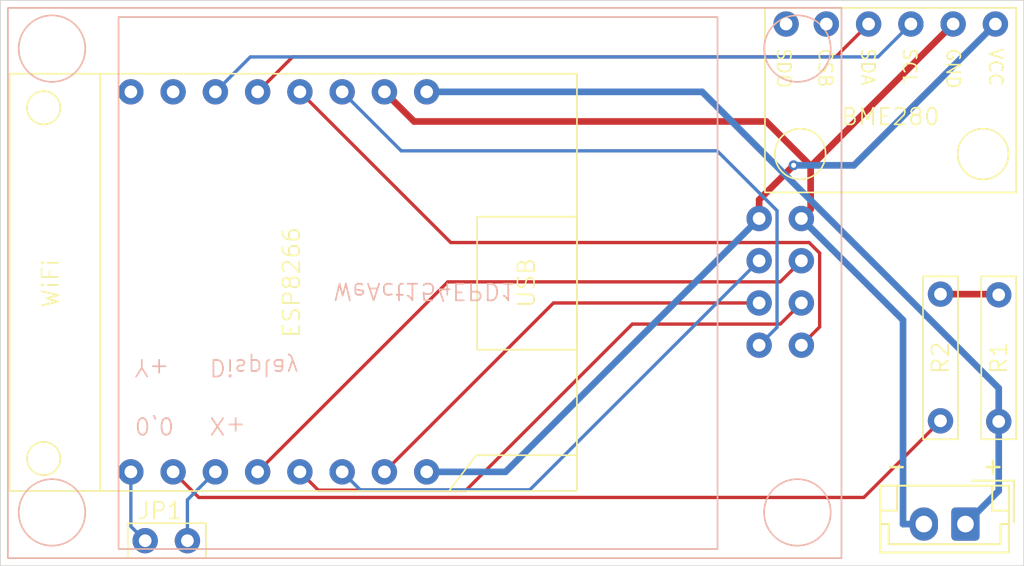
<source format=kicad_pcb>
(kicad_pcb (version 20240108) (generator "pcbnew") (generator_version "8.0")
  (title_block (title "ESP8266 Weather Station") (company "Mirko Sertic"))
  (layers (0 "F.Cu" signal) (31 "B.Cu" signal) (34 "B.Paste" user) (35 "F.Paste" user) (36 "B.SilkS" user "B.Silkscreen") (37 "F.SilkS" user "F.Silkscreen") (38 "B.Mask" user) (39 "F.Mask" user) (44 "Edge.Cuts" user))
  (net 0 "")
  (net 2 "/BME_I2C_SDA")
  (net 4 "3V3")
  (net 5 "/BME_I2C_SCL")
  (net 6 "GND")
  (net 7 "BAT")
  (net 8 "/DIS_SDA")
  (net 9 "/DIS_BUSY")
  (net 10 "/DIS_RST")
  (net 11 "/DIS_DC")
  (net 12 "/DIS_CS")
  (net 13 "/DIS_SCL")
  (net 14 "/D0")
  (net 16 "/RST")
  (net 18 "Net-(R1-Pad2)")
  (net 19 "/A0")
  (footprint "custom_footprints:4er DIP" (layer "F.Cu") (at 116 88.25 180)
    (property "Reference" "R1" (at 0 -1.25 90) (layer "F.SilkS") (effects (font (thickness 0.1))))
    (property "Value" "200K" (hide yes))
    (fp_rect (start -1.05 -6.15) (end 1.05 3.65) (stroke (width 0.1)) (fill none) (layer "F.SilkS"))
    (pad "1" thru_hole circle (at 0 -5.08 180) (size 1.524 1.524) (drill 0.762) (layers "*.Cu" "*.Mask") (net 7 "BAT"))
    (pad "2" thru_hole circle (at 0 2.54 180) (size 1.524 1.524) (drill 0.762) (layers "*.Cu" "*.Mask") (net 18 "Net-(R1-Pad2)"))
  )
  (footprint "custom_footprints:4er DIP" (layer "F.Cu") (at 112.5 90.75)
    (property "Reference" "R2" (at 0 -1.25 90) (layer "F.SilkS") (effects (font (thickness 0.1))))
    (property "Value" "200K" (hide yes))
    (fp_rect (start -1.05 -6.15) (end 1.05 3.65) (stroke (width 0.1)) (fill none) (layer "F.SilkS"))
    (pad "1" thru_hole circle (at 0 -5.08) (size 1.524 1.524) (drill 0.762) (layers "*.Cu" "*.Mask") (net 18 "Net-(R1-Pad2)"))
    (pad "2" thru_hole circle (at 0 2.54) (size 1.524 1.524) (drill 0.762) (layers "*.Cu" "*.Mask") (net 19 "/A0"))
  )
  (footprint "custom_footprints:LOLIN D1 MINI DIP" (layer "F.Cu") (at 74 83.66 90)
    (property "Reference" "ESP8266" (at -1.3 -0.5 90) (layer "F.SilkS") (effects (font (thickness 0.1))))
    (property "Value" "~")
    (fp_line (start -13.8 -12) (end 11.2 -12) (stroke (width 0.1)) (layer "F.SilkS"))
    (fp_line (start -13.8 9) (end -11.7 10.6) (stroke (width 0.1)) (layer "F.SilkS"))
    (fp_line (start -11.7 10.6) (end -11.7 16.6) (stroke (width 0.1)) (layer "F.SilkS"))
    (fp_rect (start -13.85 -17.45) (end 11.25 16.65) (stroke (width 0.1)) (fill none) (layer "F.SilkS"))
    (fp_rect (start -5.35 10.65) (end 2.65 16.65) (stroke (width 0.1)) (fill none) (layer "F.SilkS"))
    (fp_circle (center 9.2 -15.4) (end 10.2 -15.4) (stroke (width 0.1)) (fill none) (layer "F.SilkS"))
    (fp_circle (center -11.9 -15.4) (end -10.9 -15.4) (stroke (width 0.1)) (fill none) (layer "F.SilkS"))
    (fp_text user "WiFi" (at -2.9 -14.4 90) (layer "F.SilkS") (effects (font (thickness 0.1)) (justify left bottom)))
    (fp_text user "USB" (at -2.9 14.2 90) (layer "F.SilkS") (effects (font (thickness 0.1)) (justify left bottom)))
    (pad "1" thru_hole circle (at 10.16 -10.16 90) (size 1.524 1.524) (drill 0.762) (layers "*.Cu" "*.Mask"))
    (pad "2" thru_hole circle (at 10.16 -7.62 90) (size 1.524 1.524) (drill 0.762) (layers "*.Cu" "*.Mask"))
    (pad "3" thru_hole circle (at 10.16 -5.08 90) (size 1.524 1.524) (drill 0.762) (layers "*.Cu" "*.Mask") (net 5 "/BME_I2C_SCL"))
    (pad "4" thru_hole circle (at 10.16 -2.54 90) (size 1.524 1.524) (drill 0.762) (layers "*.Cu" "*.Mask") (net 2 "/BME_I2C_SDA"))
    (pad "5" thru_hole circle (at 10.16 0 90) (size 1.524 1.524) (drill 0.762) (layers "*.Cu" "*.Mask") (net 9 "/DIS_BUSY"))
    (pad "6" thru_hole circle (at 10.16 2.54 90) (size 1.524 1.524) (drill 0.762) (layers "*.Cu" "*.Mask") (net 10 "/DIS_RST"))
    (pad "7" thru_hole circle (at 10.16 5.08 90) (size 1.524 1.524) (drill 0.762) (layers "*.Cu" "*.Mask") (net 6 "GND"))
    (pad "8" thru_hole circle (at 10.16 7.62 90) (size 1.524 1.524) (drill 0.762) (layers "*.Cu" "*.Mask") (net 7 "BAT"))
    (pad "9" thru_hole circle (at -12.7 7.62 90) (size 1.524 1.524) (drill 0.762) (layers "*.Cu" "*.Mask") (net 4 "3V3"))
    (pad "10" thru_hole circle (at -12.7 5.08 90) (size 1.524 1.524) (drill 0.762) (layers "*.Cu" "*.Mask") (net 12 "/DIS_CS"))
    (pad "11" thru_hole circle (at -12.7 2.54 90) (size 1.524 1.524) (drill 0.762) (layers "*.Cu" "*.Mask") (net 8 "/DIS_SDA"))
    (pad "12" thru_hole circle (at -12.7 0 90) (size 1.524 1.524) (drill 0.762) (layers "*.Cu" "*.Mask") (net 11 "/DIS_DC"))
    (pad "13" thru_hole circle (at -12.7 -2.54 90) (size 1.524 1.524) (drill 0.762) (layers "*.Cu" "*.Mask") (net 13 "/DIS_SCL"))
    (pad "14" thru_hole circle (at -12.7 -5.08 90) (size 1.524 1.524) (drill 0.762) (layers "*.Cu" "*.Mask") (net 14 "/D0"))
    (pad "15" thru_hole circle (at -12.7 -7.62 90) (size 1.524 1.524) (drill 0.762) (layers "*.Cu" "*.Mask") (net 19 "/A0"))
    (pad "16" thru_hole circle (at -12.7 -10.16 90) (size 1.524 1.524) (drill 0.762) (layers "*.Cu" "*.Mask") (net 16 "/RST"))
  )
  (footprint "custom_footprints:BME280 DIP" (layer "F.Cu") (at 108.3 74.5)
    (property "Reference" "BME280" (at 1.2 0.5 0) (layer "F.SilkS") (effects (font (thickness 0.1))))
    (property "Value" "~")
    (fp_rect (start -6.35 -6.05) (end 8.75 5.05) (stroke (width 0.1)) (fill none) (layer "F.SilkS"))
    (fp_circle (center -4.23 2.74) (end -3.16 3.83) (stroke (width 0.1)) (fill none) (layer "F.SilkS"))
    (fp_circle (center 6.76 2.74) (end 8.287416 2.74) (stroke (width 0.1)) (fill none) (layer "F.SilkS"))
    (fp_text user "SDA" (at -0.63 -3.69 -90) (layer "F.SilkS") (effects (font (size 0.8 0.8) (thickness 0.1)) (justify left bottom)))
    (fp_text user "VCC" (at 7.05 -3.69 -90) (layer "F.SilkS") (effects (font (size 0.8 0.8) (thickness 0.1)) (justify left bottom)))
    (fp_text user "GND" (at 4.49 -3.69 -90) (layer "F.SilkS") (effects (font (size 0.8 0.8) (thickness 0.1)) (justify left bottom)))
    (fp_text user "SDO" (at -5.69 -3.69 -90) (layer "F.SilkS") (effects (font (size 0.8 0.8) (thickness 0.1)) (justify left bottom)))
    (fp_text user "SCL" (at 1.88 -3.69 -90) (layer "F.SilkS") (effects (font (size 0.8 0.8) (thickness 0.1)) (justify left bottom)))
    (fp_text user "CSB" (at -3.19 -3.69 -90) (layer "F.SilkS") (effects (font (size 0.8 0.8) (thickness 0.1)) (justify left bottom)))
    (pad "1" thru_hole circle (at 7.5 -5.08) (size 1.524 1.524) (drill 0.762) (layers "*.Cu" "*.Mask") (net 4 "3V3"))
    (pad "2" thru_hole circle (at 4.96 -5.08) (size 1.524 1.524) (drill 0.762) (layers "*.Cu" "*.Mask") (net 6 "GND"))
    (pad "3" thru_hole circle (at 2.42 -5.08) (size 1.524 1.524) (drill 0.762) (layers "*.Cu" "*.Mask") (net 5 "/BME_I2C_SCL"))
    (pad "4" thru_hole circle (at -0.12 -5.08) (size 1.524 1.524) (drill 0.762) (layers "*.Cu" "*.Mask") (net 2 "/BME_I2C_SDA"))
    (pad "5" thru_hole circle (at -2.66 -5.08) (size 1.524 1.524) (drill 0.762) (layers "*.Cu" "*.Mask"))
    (pad "6" thru_hole circle (at -5.08 -5.08) (size 1.524 1.524) (drill 0.762) (layers "*.Cu" "*.Mask"))
  )
  (footprint "Connector_JST:JST_EH_B2B-EH-A_1x02_P2.50mm_Vertical" (layer "F.Cu") (at 114 99.5 180)
    (property "Reference" "-      +" (at 1.25 3.5 0) (layer "F.SilkS"))
    (property "Value" "3.7V")
    (fp_line (start 5.11 2.31) (end 5.11 -1.71) (stroke (width 0.12)) (layer "F.SilkS"))
    (fp_line (start 5.11 0.81) (end 4.11 0.81) (stroke (width 0.12)) (layer "F.SilkS"))
    (fp_line (start 5.11 -1.71) (end -2.61 -1.71) (stroke (width 0.12)) (layer "F.SilkS"))
    (fp_line (start 4.61 0) (end 5.11 0) (stroke (width 0.12)) (layer "F.SilkS"))
    (fp_line (start 4.61 -1.21) (end 4.61 0) (stroke (width 0.12)) (layer "F.SilkS"))
    (fp_line (start 4.11 0.81) (end 4.11 2.31) (stroke (width 0.12)) (layer "F.SilkS"))
    (fp_line (start -1.61 0.81) (end -1.61 2.31) (stroke (width 0.12)) (layer "F.SilkS"))
    (fp_line (start -2.11 0) (end -2.11 -1.21) (stroke (width 0.12)) (layer "F.SilkS"))
    (fp_line (start -2.11 -1.21) (end 4.61 -1.21) (stroke (width 0.12)) (layer "F.SilkS"))
    (fp_line (start -2.61 2.31) (end 5.11 2.31) (stroke (width 0.12)) (layer "F.SilkS"))
    (fp_line (start -2.61 0.81) (end -1.61 0.81) (stroke (width 0.12)) (layer "F.SilkS"))
    (fp_line (start -2.61 0) (end -2.11 0) (stroke (width 0.12)) (layer "F.SilkS"))
    (fp_line (start -2.61 -1.71) (end -2.61 2.31) (stroke (width 0.12)) (layer "F.SilkS"))
    (fp_line (start -2.91 2.61) (end -0.41 2.61) (stroke (width 0.12)) (layer "F.SilkS"))
    (fp_line (start -2.91 0.11) (end -2.91 2.61) (stroke (width 0.12)) (layer "F.SilkS"))
    (pad "1" thru_hole roundrect (at 0 0 180) (size 1.7 2) (drill 1) (layers "*.Cu" "*.Mask") (roundrect_rratio 0.147059) (net 7 "BAT"))
    (pad "2" thru_hole oval (at 2.5 0 180) (size 1.7 2) (drill 1) (layers "*.Cu" "*.Mask") (net 6 "GND"))
  )
  (footprint "custom_footprints:2er DIP" (layer "F.Cu") (at 64.7 100.5 -90)
    (property "Reference" "JP1" (at -1.8 -0.9 0) (layer "F.SilkS") (effects (font (thickness 0.1))))
    (property "Value" "Deep sleep / Programmimg" (hide yes))
    (fp_rect (start -1.05 -3.65) (end 1.05 1.05) (stroke (width 0.1)) (fill none) (layer "F.SilkS"))
    (pad "1" thru_hole circle (at 0 -2.54 270) (size 1.524 1.524) (drill 0.762) (layers "*.Cu" "*.Mask") (net 14 "/D0"))
    (pad "2" thru_hole circle (at 0 0 270) (size 1.524 1.524) (drill 0.762) (layers "*.Cu" "*.Mask") (net 16 "/RST"))
  )
  (footprint "custom_footprints:1,54 EPD SPI DIP" (layer "B.Cu") (at 81.5 85)
    (property "Reference" "WeAct154EPD1" (at 0 0.5 180) (layer "B.SilkS") (effects (font (thickness 0.1)) (justify mirror)))
    (property "Value" "~")
    (fp_rect (start -25.05 16.55) (end 25.05 -16.55) (stroke (width 0.1)) (fill none) (layer "B.SilkS"))
    (fp_rect (start -18.4 16) (end 17.6 -16) (stroke (width 0.1)) (fill none) (layer "B.SilkS"))
    (fp_circle (center -22.4 -14.1) (end -20.4 -14.1) (stroke (width 0.1)) (fill none) (layer "B.SilkS"))
    (fp_circle (center -22.4 13.8) (end -20.4 13.8) (stroke (width 0.1)) (fill none) (layer "B.SilkS"))
    (fp_circle (center 22.4 -14.1) (end 24.4 -14.1) (stroke (width 0.1)) (fill none) (layer "B.SilkS"))
    (fp_circle (center 22.4 13.8) (end 24.4 13.8) (stroke (width 0.1)) (fill none) (layer "B.SilkS"))
    (fp_text user "0,0" (at -17.5 8 180) (layer "B.SilkS") (effects (font (thickness 0.1)) (justify left bottom mirror)))
    (fp_text user "Display" (at -13 4.5 180) (layer "B.SilkS") (effects (font (thickness 0.1)) (justify left bottom mirror)))
    (fp_text user "Y+" (at -17.5 4.5 180) (layer "B.SilkS") (effects (font (thickness 0.1)) (justify left bottom mirror)))
    (fp_text user "X+" (at -13 8 180) (layer "B.SilkS") (effects (font (thickness 0.1)) (justify left bottom mirror)))
    (pad "1" thru_hole circle (at 22.64 3.74) (size 1.524 1.524) (drill 0.762) (layers "*.Cu" "*.Mask") (net 9 "/DIS_BUSY"))
    (pad "2" thru_hole circle (at 20.1 3.74) (size 1.524 1.524) (drill 0.762) (layers "*.Cu" "*.Mask") (net 10 "/DIS_RST"))
    (pad "3" thru_hole circle (at 22.64 1.2) (size 1.524 1.524) (drill 0.762) (layers "*.Cu" "*.Mask") (net 11 "/DIS_DC"))
    (pad "4" thru_hole circle (at 20.1 1.2) (size 1.524 1.524) (drill 0.762) (layers "*.Cu" "*.Mask") (net 12 "/DIS_CS"))
    (pad "5" thru_hole circle (at 22.64 -1.34) (size 1.524 1.524) (drill 0.762) (layers "*.Cu" "*.Mask") (net 13 "/DIS_SCL"))
    (pad "6" thru_hole circle (at 20.1 -1.34) (size 1.524 1.524) (drill 0.762) (layers "*.Cu" "*.Mask") (net 8 "/DIS_SDA"))
    (pad "7" thru_hole circle (at 22.64 -3.88) (size 1.524 1.524) (drill 0.762) (layers "*.Cu" "*.Mask") (net 6 "GND"))
    (pad "8" thru_hole circle (at 20.1 -3.88) (size 1.524 1.524) (drill 0.762) (layers "*.Cu" "*.Mask") (net 4 "3V3"))
  )
  (gr_rect (start 56 68) (end 117.5 102) (stroke (width 0.05)) (fill none) (layer "Edge.Cuts"))
  (segment (start 71.46 73.5) (end 73.5614 71.3986) (width 0.2) (layer "F.Cu") (net 2))
  (segment (start 73.5614 71.3986) (end 106.2014 71.3986) (width 0.2) (layer "F.Cu") (net 2))
  (segment (start 106.2014 71.3986) (end 108.18 69.42) (width 0.2) (layer "F.Cu") (net 2))
  (segment (start 101.6 81.12) (end 101.6 79.9928) (width 0.4) (layer "F.Cu") (net 4))
  (segment (start 101.6 79.9928) (end 103.6734 77.9194) (width 0.4) (layer "F.Cu") (net 4))
  (via (at 103.6734 77.9194) (size 0.6) (drill 0.3) (layers "F.Cu" "B.Cu") (net 4))
  (segment (start 107.3006 77.9194) (end 115.8 69.42) (width 0.4) (layer "B.Cu") (net 4))
  (segment (start 103.6734 77.9194) (end 107.3006 77.9194) (width 0.4) (layer "B.Cu") (net 4))
  (segment (start 101.6 81.12) (end 86.36 96.36) (width 0.4) (layer "B.Cu") (net 4))
  (segment (start 86.36 96.36) (end 81.62 96.36) (width 0.4) (layer "B.Cu") (net 4))
  (segment (start 71.0214 71.3986) (end 68.92 73.5) (width 0.2) (layer "B.Cu") (net 5))
  (segment (start 108.7414 71.3986) (end 71.0214 71.3986) (width 0.2) (layer "B.Cu") (net 5))
  (segment (start 110.72 69.42) (end 108.7414 71.3986) (width 0.2) (layer "B.Cu") (net 5))
  (segment (start 104.7299 77.9501) (end 113.26 69.42) (width 0.4) (layer "F.Cu") (net 6))
  (segment (start 104.6964 80.5636) (end 104.6964 77.9501) (width 0.4) (layer "F.Cu") (net 6))
  (segment (start 80.8608 75.2808) (end 79.08 73.5) (width 0.4) (layer "F.Cu") (net 6))
  (segment (start 102.0271 75.2808) (end 80.8608 75.2808) (width 0.4) (layer "F.Cu") (net 6))
  (segment (start 104.14 81.12) (end 104.6964 80.5636) (width 0.4) (layer "F.Cu") (net 6))
  (segment (start 104.6964 77.9501) (end 102.0271 75.2808) (width 0.4) (layer "F.Cu") (net 6))
  (segment (start 104.6964 77.9501) (end 104.7299 77.9501) (width 0.4) (layer "F.Cu") (net 6))
  (segment (start 111.5 99.5) (end 110.2483 99.5) (width 0.4) (layer "B.Cu") (net 6))
  (segment (start 104.14 81.12) (end 110.2483 87.2283) (width 0.4) (layer "B.Cu") (net 6))
  (segment (start 110.2483 87.2283) (end 110.2483 99.5) (width 0.4) (layer "B.Cu") (net 6))
  (segment (start 116 91.3232) (end 116 93.33) (width 0.4) (layer "B.Cu") (net 7))
  (segment (start 81.62 73.5) (end 98.1768 73.5) (width 0.4) (layer "B.Cu") (net 7))
  (segment (start 116 97.5) (end 116 93.33) (width 0.4) (layer "B.Cu") (net 7))
  (segment (start 98.1768 73.5) (end 116 91.3232) (width 0.4) (layer "B.Cu") (net 7))
  (segment (start 114 99.5) (end 116 97.5) (width 0.4) (layer "B.Cu") (net 7))
  (segment (start 87.8196 97.4404) (end 77.6204 97.4404) (width 0.2) (layer "B.Cu") (net 8))
  (segment (start 101.6 83.66) (end 87.8196 97.4404) (width 0.2) (layer "B.Cu") (net 8))
  (segment (start 77.6204 97.4404) (end 76.54 96.36) (width 0.2) (layer "B.Cu") (net 8))
  (segment (start 105.2366 87.6434) (end 105.2366 83.1969) (width 0.2) (layer "F.Cu") (net 9))
  (segment (start 104.14 88.74) (end 105.2366 87.6434) (width 0.2) (layer "F.Cu") (net 9))
  (segment (start 105.2366 83.1969) (end 104.6053 82.5656) (width 0.2) (layer "F.Cu") (net 9))
  (segment (start 83.0656 82.5656) (end 74 73.5) (width 0.2) (layer "F.Cu") (net 9))
  (segment (start 104.6053 82.5656) (end 83.0656 82.5656) (width 0.2) (layer "F.Cu") (net 9))
  (segment (start 102.6766 80.6479) (end 99.0764 77.0477) (width 0.2) (layer "B.Cu") (net 10))
  (segment (start 101.6 88.74) (end 102.6766 87.6634) (width 0.2) (layer "B.Cu") (net 10))
  (segment (start 80.0877 77.0477) (end 76.54 73.5) (width 0.2) (layer "B.Cu") (net 10))
  (segment (start 102.6766 87.6634) (end 102.6766 80.6479) (width 0.2) (layer "B.Cu") (net 10))
  (segment (start 99.0764 77.0477) (end 80.0877 77.0477) (width 0.2) (layer "B.Cu") (net 10))
  (segment (start 104.14 86.2) (end 102.87 87.47) (width 0.2) (layer "F.Cu") (net 11))
  (segment (start 93.978 87.47) (end 83.9876 97.4604) (width 0.2) (layer "F.Cu") (net 11))
  (segment (start 102.87 87.47) (end 93.978 87.47) (width 0.2) (layer "F.Cu") (net 11))
  (segment (start 75.1004 97.4604) (end 74 96.36) (width 0.2) (layer "F.Cu") (net 11))
  (segment (start 83.9876 97.4604) (end 75.1004 97.4604) (width 0.2) (layer "F.Cu") (net 11))
  (segment (start 101.6 86.2) (end 89.24 86.2) (width 0.2) (layer "F.Cu") (net 12))
  (segment (start 89.24 86.2) (end 79.08 96.36) (width 0.2) (layer "F.Cu") (net 12))
  (segment (start 104.14 83.66) (end 102.87 84.93) (width 0.2) (layer "F.Cu") (net 13))
  (segment (start 82.89 84.93) (end 71.46 96.36) (width 0.2) (layer "F.Cu") (net 13))
  (segment (start 102.87 84.93) (end 82.89 84.93) (width 0.2) (layer "F.Cu") (net 13))
  (segment (start 67.24 98.04) (end 68.92 96.36) (width 0.2) (layer "B.Cu") (net 14))
  (segment (start 67.24 100.5) (end 67.24 98.04) (width 0.2) (layer "B.Cu") (net 14))
  (segment (start 64.7 100.5) (end 63.84 99.64) (width 0.2) (layer "B.Cu") (net 16))
  (segment (start 63.84 99.64) (end 63.84 96.36) (width 0.2) (layer "B.Cu") (net 16))
  (segment (start 112.5 85.67) (end 115.96 85.67) (width 0.4) (layer "F.Cu") (net 18))
  (segment (start 115.96 85.67) (end 116 85.71) (width 0.2) (layer "F.Cu") (net 18))
  (segment (start 107.8899 97.9001) (end 112.5 93.29) (width 0.2) (layer "F.Cu") (net 19))
  (segment (start 66.38 96.36) (end 67.9201 97.9001) (width 0.2) (layer "F.Cu") (net 19))
  (segment (start 67.9201 97.9001) (end 107.8899 97.9001) (width 0.2) (layer "F.Cu") (net 19))
)
</source>
